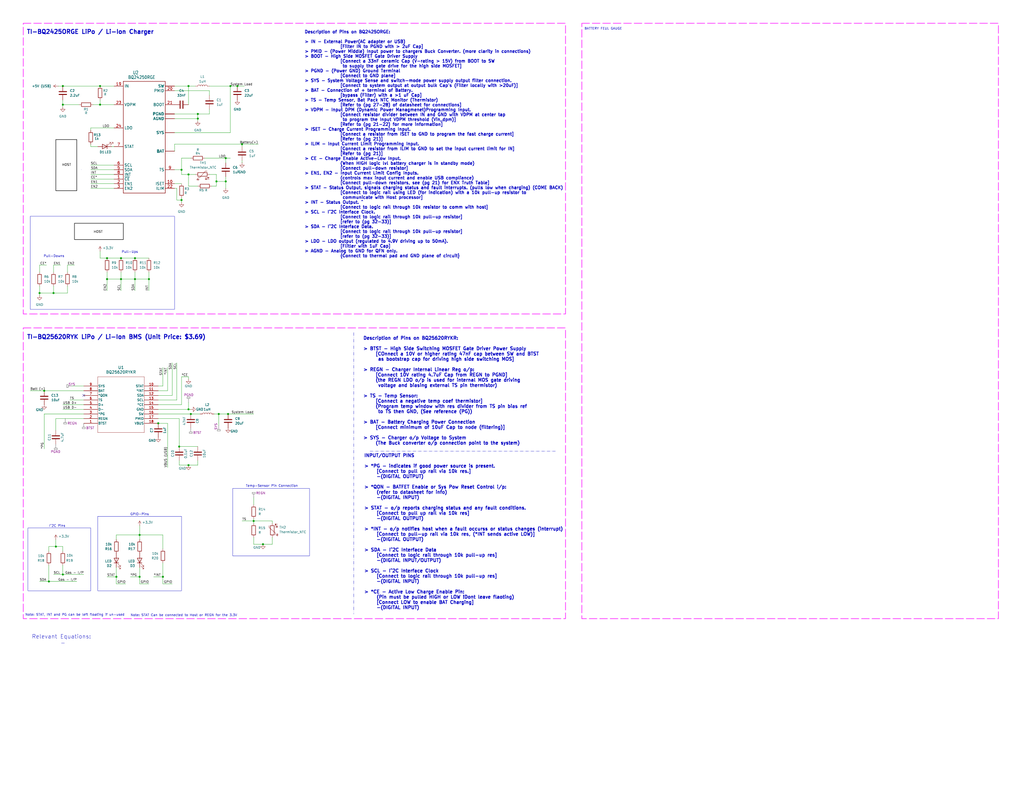
<source format=kicad_sch>
(kicad_sch (version 20250114) (generator "eeschema") (generator_version "9.0")
  (paper "C")
  (lib_symbols
    (symbol "2025-07-10_03-27-55:BQ25620RYKR" (pin_names (offset 0.254))
      (property "Reference" "U" (at 20.32 10.16 0))
      (property "Value" "BQ25620RYKR" (at 20.32 7.62 0))
      (symbol "BQ25620RYKR_0_1"
        (polyline (pts (xy 7.62 5.08) (xy 7.62 -25.4)) (stroke (width 0.127)))
        (polyline (pts (xy 7.62 -25.4) (xy 33.02 -25.4)) (stroke (width 0.127)))
        (polyline (pts (xy 33.02 5.08) (xy 7.62 5.08)) (stroke (width 0.127)))
        (polyline (pts (xy 33.02 -25.4) (xy 33.02 5.08)) (stroke (width 0.127)))
        (pin power_in line (at 0 0 0) (length 7.62) (name "BTST") (number "1"))
        (pin power_in line (at 0 -2.54 0) (length 7.62) (name "REGN") (number "2"))
        (pin output line (at 0 -5.08 0) (length 7.62) (name "*PG") (number "3"))
        (pin bidirectional line (at 0 -7.62 0) (length 7.62) (name "D-") (number "4"))
        (pin bidirectional line (at 0 -10.16 0) (length 7.62) (name "D+") (number "5"))
        (pin input line (at 0 -12.7 0) (length 7.62) (name "TS") (number "6"))
        (pin input line (at 0 -15.24 0) (length 7.62) (name "*QON") (number "7"))
        (pin power_in line (at 0 -17.78 0) (length 7.62) (name "BAT") (number "8"))
        (pin power_in line (at 0 -20.32 0) (length 7.62) (name "SYS") (number "9"))
        (pin power_in line (at 40.64 0 180) (length 7.62) (name "VBUS") (number "18"))
        (pin power_in line (at 40.64 -2.54 180) (length 7.62) (name "PMID") (number "17"))
        (pin power_in line (at 40.64 -5.08 180) (length 7.62) (name "SW") (number "16"))
        (pin power_out line (at 40.64 -7.62 180) (length 7.62) (name "GND") (number "15"))
        (pin input line (at 40.64 -10.16 180) (length 7.62) (name "*CE") (number "14"))
        (pin input line (at 40.64 -12.7 180) (length 7.62) (name "SCL") (number "13"))
        (pin bidirectional line (at 40.64 -15.24 180) (length 7.62) (name "SDA") (number "12"))
        (pin output line (at 40.64 -17.78 180) (length 7.62) (name "*INT") (number "11"))
        (pin output line (at 40.64 -20.32 180) (length 7.62) (name "STAT") (number "10"))
      )
    )
    (symbol "BOOSTXL-BATPAKMKII-eagle-import:BQ24250RGE"
      (property "Reference" "U" (at -7.62 33.02 0))
      (symbol "BQ24250RGE_1_0"
        (polyline (pts (xy -12.7 27.94) (xy -12.7 -33.02)) (stroke (width 0.254)))
        (polyline (pts (xy -12.7 -33.02) (xy 10.16 -33.02)) (stroke (width 0.254)))
        (polyline (pts (xy 10.16 27.94) (xy -12.7 27.94)) (stroke (width 0.254)))
        (polyline (pts (xy 10.16 -33.02) (xy 10.16 27.94)) (stroke (width 0.254)))
        (pin bidirectional line (at -17.78 25.4 0) (length 5.08) (name "IN") (number "19"))
        (pin bidirectional line (at -17.78 15.24 0) (length 5.08) (name "VDPM") (number "23"))
        (pin bidirectional line (at -17.78 2.54 0) (length 5.08) (name "LDO") (number "24"))
        (pin bidirectional line (at -17.78 -7.62 0) (length 5.08) (name "STAT") (number "7"))
        (pin bidirectional line (at -17.78 -17.78 0) (length 5.08) (name "SCL") (number "6"))
        (pin bidirectional line (at -17.78 -20.32 0) (length 5.08) (name "SDA") (number "5"))
        (pin bidirectional line (at -17.78 -22.86 0) (length 5.08) (name "INT") (number "8"))
        (pin bidirectional line (at -17.78 -25.4 0) (length 5.08) (name "~{CE}") (number "1"))
        (pin bidirectional line (at -17.78 -27.94 0) (length 5.08) (name "EN1") (number "2"))
        (pin bidirectional line (at -17.78 -30.48 0) (length 5.08) (name "EN2") (number "3"))
        (pin bidirectional line (at 15.24 25.4 180) (length 5.08) (name "SW") (number "17"))
        (pin bidirectional line (at 15.24 25.4 180) (length 5.08) (name "SW") (number "18"))
        (pin bidirectional line (at 15.24 22.86 180) (length 5.08) (name "PMID") (number "20"))
        (pin bidirectional line (at 15.24 15.24 180) (length 5.08) (name "BOOT") (number "21"))
        (pin bidirectional line (at 15.24 10.16 180) (length 5.08) (name "PGND") (number "15"))
        (pin bidirectional line (at 15.24 10.16 180) (length 5.08) (name "PGND") (number "16"))
        (pin bidirectional line (at 15.24 7.62 180) (length 5.08) (name "AGND") (number "4"))
        (pin bidirectional line (at 15.24 7.62 180) (length 5.08) (name "AGND") (number "P$1"))
        (pin bidirectional line (at 15.24 0 180) (length 5.08) (name "SYS") (number "13"))
        (pin bidirectional line (at 15.24 0 180) (length 5.08) (name "SYS") (number "14"))
        (pin bidirectional line (at 15.24 -10.16 180) (length 5.08) (name "BAT") (number "11"))
        (pin bidirectional line (at 15.24 -10.16 180) (length 5.08) (name "BAT") (number "12"))
        (pin bidirectional line (at 15.24 -20.32 180) (length 5.08) (name "TS") (number "9"))
        (pin bidirectional line (at 15.24 -27.94 180) (length 5.08) (name "ISET") (number "10"))
        (pin bidirectional line (at 15.24 -30.48 180) (length 5.08) (name "ILIM") (number "22"))
      )
    )
    (symbol "Device:C" (pin_numbers (hide yes)) (pin_names (offset 0.254))
      (property "Reference" "C" (at 0.635 2.54 0))
      (property "Value" "C" (at 0.635 -2.54 0))
      (symbol "C_0_1"
        (polyline (pts (xy -2.032 0.762) (xy 2.032 0.762)) (stroke (width 0.508)))
        (polyline (pts (xy -2.032 -0.762) (xy 2.032 -0.762)) (stroke (width 0.508)))
      )
      (symbol "C_1_1"
        (pin passive line (at 0 3.81 270) (length 2.794) (name "~") (number "1"))
        (pin passive line (at 0 -3.81 90) (length 2.794) (name "~") (number "2"))
      )
    )
    (symbol "Device:L" (pin_numbers (hide yes)) (pin_names (offset 1.016) (hide yes))
      (property "Reference" "L" (at -1.27 0 90))
      (property "Value" "L" (at 1.905 0 90))
      (symbol "L_0_1"
        (arc (start 0 2.54) (mid 0.6323 1.905) (end 0 1.27))
        (arc (start 0 1.27) (mid 0.6323 0.635) (end 0 0))
        (arc (start 0 0) (mid 0.6323 -0.635) (end 0 -1.27))
        (arc (start 0 -1.27) (mid 0.6323 -1.905) (end 0 -2.54))
      )
      (symbol "L_1_1"
        (pin passive line (at 0 3.81 270) (length 1.27) (name "1") (number "1"))
        (pin passive line (at 0 -3.81 90) (length 1.27) (name "2") (number "2"))
      )
    )
    (symbol "Device:LED" (pin_numbers (hide yes)) (pin_names (offset 1.016) (hide yes))
      (property "Reference" "D" (at 0 2.54 0))
      (property "Value" "LED" (at 0 -2.54 0))
      (symbol "LED_0_1"
        (polyline (pts (xy -3.048 -0.762) (xy -4.572 -2.286) (xy -3.81 -2.286) (xy -4.572 -2.286) (xy -4.572 -1.524)))
        (polyline (pts (xy -1.778 -0.762) (xy -3.302 -2.286) (xy -2.54 -2.286) (xy -3.302 -2.286) (xy -3.302 -1.524)))
        (polyline (pts (xy -1.27 0) (xy 1.27 0)))
        (polyline (pts (xy -1.27 -1.27) (xy -1.27 1.27)) (stroke (width 0.254)))
        (polyline (pts (xy 1.27 -1.27) (xy 1.27 1.27) (xy -1.27 0) (xy 1.27 -1.27)) (stroke (width 0.254)))
      )
      (symbol "LED_1_1"
        (pin passive line (at -3.81 0 0) (length 2.54) (name "K") (number "1"))
        (pin passive line (at 3.81 0 180) (length 2.54) (name "A") (number "2"))
      )
    )
    (symbol "Device:R" (pin_numbers (hide yes)) (pin_names (offset 0))
      (property "Reference" "R" (at 2.032 0 90))
      (property "Value" "R" (at 0 0 90))
      (symbol "R_0_1"
        (rectangle (start -1.016 -2.54) (end 1.016 2.54) (stroke (width 0.254)))
      )
      (symbol "R_1_1"
        (pin passive line (at 0 3.81 270) (length 1.27) (name "~") (number "1"))
        (pin passive line (at 0 -3.81 90) (length 1.27) (name "~") (number "2"))
      )
    )
    (symbol "Device:Thermistor_NTC" (pin_numbers (hide yes)) (pin_names (offset 0))
      (property "Reference" "TH" (at -4.445 0 90))
      (property "Value" "Thermistor_NTC" (at 3.175 0 90))
      (symbol "Thermistor_NTC_0_1"
        (arc (start -3.175 2.413) (mid -3.0506 2.3165) (end -3.048 2.159))
        (arc (start -3.048 2.794) (mid -2.9736 2.9736) (end -2.794 3.048))
        (arc (start -2.794 3.048) (mid -2.6144 2.9736) (end -2.54 2.794))
        (arc (start -2.794 2.54) (mid -2.9736 2.6144) (end -3.048 2.794))
        (arc (start -2.794 1.905) (mid -2.9736 1.9794) (end -3.048 2.159))
        (arc (start -2.54 2.159) (mid -2.6144 1.9794) (end -2.794 1.905))
        (arc (start -2.159 2.794) (mid -2.434 2.5608) (end -2.794 2.54))
        (polyline (pts (xy -2.54 2.159) (xy -2.54 2.794)))
        (polyline (pts (xy -2.54 -3.683) (xy -2.54 -1.397) (xy -2.794 -2.159) (xy -2.286 -2.159) (xy -2.54 -1.397) (xy -2.54 -1.651)) (fill (type outline)))
        (polyline (pts (xy -1.778 2.54) (xy -1.778 1.524) (xy 1.778 -1.524) (xy 1.778 -2.54)))
        (polyline (pts (xy -1.778 -1.397) (xy -1.778 -3.683) (xy -2.032 -2.921) (xy -1.524 -2.921) (xy -1.778 -3.683) (xy -1.778 -3.429)) (fill (type outline)))
        (rectangle (start -1.016 2.54) (end 1.016 -2.54) (stroke (width 0.254)))
      )
      (symbol "Thermistor_NTC_1_1"
        (pin passive line (at 0 3.81 270) (length 1.27) (name "~") (number "1"))
        (pin passive line (at 0 -3.81 90) (length 1.27) (name "~") (number "2"))
      )
    )
    (symbol "power:+3.3V" (power) (pin_numbers (hide yes)) (pin_names (offset 0) (hide yes))
      (property "Value" "+3.3V" (at 0 3.556 0))
      (symbol "+3.3V_0_1"
        (polyline (pts (xy -0.762 1.27) (xy 0 2.54)))
        (polyline (pts (xy 0 2.54) (xy 0.762 1.27)))
        (polyline (pts (xy 0 0) (xy 0 2.54)))
      )
      (symbol "+3.3V_1_1"
        (pin power_in line (at 0 0 90) (length 0) (name "~") (number "1"))
      )
    )
    (symbol "power:+5V" (power) (pin_numbers (hide yes)) (pin_names (offset 0) (hide yes))
      (property "Value" "+5V" (at 0 3.556 0))
      (symbol "+5V_0_1"
        (polyline (pts (xy -0.762 1.27) (xy 0 2.54)))
        (polyline (pts (xy 0 2.54) (xy 0.762 1.27)))
        (polyline (pts (xy 0 0) (xy 0 2.54)))
      )
      (symbol "+5V_1_1"
        (pin power_in line (at 0 0 90) (length 0) (name "~") (number "1"))
      )
    )
    (symbol "power:GND" (power) (pin_numbers (hide yes)) (pin_names (offset 0) (hide yes))
      (property "Value" "GND" (at 0 -3.81 0))
      (symbol "GND_0_1"
        (polyline (pts (xy 0 0) (xy 0 -1.27) (xy 1.27 -1.27) (xy 0 -2.54) (xy -1.27 -1.27) (xy 0 -1.27)))
      )
      (symbol "GND_1_1"
        (pin power_in line (at 0 0 270) (length 0) (name "~") (number "1"))
      )
    )
  )
  (rectangle (start 53.34 281.94) (end 99.06 322.58))
  (rectangle (start 30.48 76.2) (end 41.91 104.14) (stroke (width 0.254) (color 0 0 0 1)))
  (rectangle (start 12.7 12.7) (end 308.61 171.45) (stroke (width 0.381) (type dash) (color 251 53 255 1)))
  (rectangle (start 44.45 92.71) (end 44.45 92.71))
  (rectangle (start 15.24 288.29) (end 49.53 322.58))
  (rectangle (start 317.5 12.7) (end 544.83 337.82) (stroke (width 0.381) (type dash) (color 251 53 255 1)))
  (rectangle (start 40.64 121.92) (end 67.31 130.81) (stroke (width 0.254) (color 0 0 0 1)))
  (rectangle (start 16.51 118.11) (end 95.25 168.91))
  (rectangle (start 12.7 179.07) (end 308.61 337.82) (stroke (width 0.381) (type dash) (color 251 53 255 1)))
  (rectangle (start 127 266.7) (end 168.91 303.53))
  (text "Pull-Downs" (at 29.464 139.954 0) (effects (font (size 1.27 1.27))))
  (text "Pull-Ups" (at 70.866 137.668 0) (effects (font (size 1.27 1.27))))
  (text "Note: STAT Can be connected to Host or REGN for the 3.3V" (at 100.33 336.042 0) (effects (font (size 1.27 1.27))))
  (text "BATTERY FEUL GAUGE" (at 329.184 15.748 0) (effects (font (size 1.27 1.27))))
  (text "Note: STAT, INT and PG can be left floating if un-used" (at 40.894 335.788 0) (effects (font (size 1.27 1.27))))
  (text "Relevant Equations:\n -" (at 33.528 349.504 0) (effects (font (size 2.159 2.159))))
  (text "Description of Pins on BQ25620RYKR:\n\n> BTST - High Side Switching MOSFET Gate Driver Power Supply\n	[COnnect a 10V or higher rating 47nF cap between SW and BTST \n	 as bootstrap cap for driving high side switching MOS]\n\n> REGN - Charger Internal Linear Reg o/p:\n	[Connect 10V rating 4.7uF Cap from REGN to PGND]\n	(the REGN LDO o/p is used for internal MOS gate driving \n	 voltage and biasing external TS pin thermistor)\n\n> TS - Temp Sensor: \n	[Connect a negative temp coef thermistor]\n	(Program temp window with res divider from TS pin bias ref \n	 to TS then GND, (See reference (PG))\n\n> BAT - Battery Charging Power Connection\n	[Connect minimum of 10uF Cap to node (filtering)]\n\n> SYS - Charger o/p Voltage to System\n	(The Buck converter o/p connection point to the system)\n\n" (at 198.12 214.884 0) (effects (font (size 1.778 1.778) (thickness 0.3556) (bold yes)) (justify left)))
  (text "TI-BQ25620RYK LiPo / Li-Ion BMS (Unit Price: $3.69)" (at 63.5 184.15 0) (effects (font (size 2.286 2.286) (thickness 0.4572) (bold yes))))
  (text "Description of Pins on BQ2425ORGE:\n\n> IN - External Power(AC adapter or USB)\n			[Filter IN to PGND with > 2uF Cap]\n> PMID - (Power Middle) Input power to chargers Buck Converter. (more clarity in connections)\n> BOOT - High Side MOSFET Gate Driver Supply\n			[Connect a 33nF ceramic Cap (V-rating > 15V) from BOOT to SW\n			 to supply the gate drive for the high side MOSFET]\n> PGND - (Power GND) Ground Terminal \n			[Connect to GND plane]\n> SYS - System Voltage Sense and switch-mode power supply output filter connection. \n			[Connect to system output at output bulk Cap's (Filter locally with >20uF)]\n> BAT - Connection of + terminal of Battery. \n			[bypass (Filter) with a >1 uF Cap]\n> TS - Temp Sensor, Bat Pack NTC Monitor (Thermistor)\n			[Refer to (pg 27-28) of datasheet for connections]\n> VDPM - Input DPM (Dynamic Power Managmenet)Programming Input. \n			[Connect resistor divider between IN and GND with VDPM at center tap \n			 to program the Input VDPM threshold (Vin_dpm)]\n			[Refer to (pg 21-22) for more information]\n> ISET - Charge Current Programming Input. \n			[Connect a resistor from ISET to GND to program the fast charge current]\n			[Refer to (pg 21)]\n> ILIM - Input Current Limit Programming Input. \n			[Connect a resistor from ILIM to GND to set the input current limit for IN] \n			[Refer to (pg 21)] \n> CE - Charge Enable Active-Low Input. \n			(When HIGH logic lvl battery charger is in standby mode)\n			[Connect pull-down resistor]\n> EN1, EN2 - Input Current Limit Config Inputs. \n			(controls max input current and enable USB compliance)\n			[Connect pull-down resistors, see (pg 21) for ENX Truth Table]\n> STAT - Status Output, signals charging status and fault interrupts. (pulls low when charging) (COME BACK)\n			[Connect to logic rail using LED (for indication) with a 10k pull-up resistor to \n			 communicate with Host processor]\n> INT - Status Output. ^\n			[Connect to logic rail through 10k resistor to comm with host]\n> SCL - I^2C Interface Clock. \n			[Connect to logic rail through 10k pull-up resistor]\n			[refer to (pg 32-33)]\n> SDA - I^2C Interface Data. \n			[Connect to logic rail through 10k pull-up resistor]\n			[refer to (pg 32-33)]\n> LDO - LDO output (regulated to 4.9V driving up to 50mA). \n			[Flitler with 1uF Cap]\n> AGND - Analog to GND for QFN only. \n			{Connect to thermal pad and GND plane of circuit}" (at 166.116 78.74 0) (effects (font (size 1.651 1.651) (thickness 0.3302) (bold yes)) (justify left)))
  (text "GPIO-Pins" (at 76.2 280.924 0) (effects (font (size 1.27 1.27))))
  (text "HOST" (at 36.322 90.17 0) (effects (font (size 1.27 1.27))))
  (text "Temp-Sensor Pin Connection" (at 148.336 265.43 0) (effects (font (size 1.27 1.27))))
  (text "HOST" (at 53.594 126.746 0) (effects (font (size 1.27 1.27))))
  (text "INPUT/OUTPUT PINS\n\n> *PG - indicates if good power source is present. \n	[Connect to pull up rail via 10k res.]\n	-(DIGITAL OUTPUT)\n\n> *QON - BATFET Enable or Sys Pow Reset Control i/p:\n	(refer to datasheet for info)\n	-(DIGITAL INPUT)\n\n> STAT - o/p reports charging status and any fault conditions. \n	[Connect to pull up rail via 10k res]\n	-(DIGITAL OUTPUT)\n\n> *INT - o/p notifies host when a fault occurss or status changes (interrupt)\n	[Connect to pull-up rail via 10k res, (*INT sends active LOW)]\n	-(DIGITAL OUTPUT)\n\n> SDA - I^2C Interface Data\n	[Connect to logic rail through 10k pull-up res]\n	-(DIGITAL INPUT/OUTPUT)\n\n> SCL - I^2C Interface Clock\n	[Connect to logic rail through 10k pull-up res]\n	-(DIGITAL INPUT)\n\n> *CE - Active Low Charge Enable Pin:\n	(Pin must be pulled HIGH or LOW !Dont leave flaoting)\n	[Connect LOW to enable BAT Charging]\n	-(DIGITAL INPUT)\n\n" (at 198.628 291.846 0) (effects (font (size 1.778 1.778) (thickness 0.3556) (bold yes)) (justify left)))
  (text "TI-BQ2425ORGE LiPo / Li-Ion Charger" (at 49.276 17.526 0) (effects (font (size 2.286 2.286) (thickness 0.4572) (bold yes))))
  (text "I^2C Pins" (at 31.242 287.274 0) (effects (font (size 1.27 1.27))))
  (junction (at 54.61 57.15))
  (junction (at 99.06 92.71))
  (junction (at 102.87 46.99))
  (junction (at 58.42 152.4))
  (junction (at 88.9 314.96))
  (junction (at 21.59 160.02))
  (junction (at 99.06 109.22))
  (junction (at 66.04 140.97))
  (junction (at 104.14 226.06))
  (junction (at 76.2 314.96))
  (junction (at 66.04 152.4))
  (junction (at 34.29 313.69))
  (junction (at 97.79 243.84))
  (junction (at 132.08 78.74))
  (junction (at 73.66 140.97))
  (junction (at 107.95 64.77))
  (junction (at 86.36 231.14))
  (junction (at 129.54 46.99))
  (junction (at 58.42 140.97))
  (junction (at 63.5 314.96))
  (junction (at 123.19 99.06))
  (junction (at 76.2 292.1))
  (junction (at 125.73 46.99))
  (junction (at 102.87 95.25))
  (junction (at 34.29 46.99))
  (junction (at 123.19 86.36))
  (junction (at 119.38 226.06))
  (junction (at 34.29 57.15))
  (junction (at 107.95 62.23))
  (junction (at 124.46 226.06))
  (junction (at 143.51 297.18))
  (junction (at 26.67 317.5))
  (junction (at 102.87 254))
  (junction (at 138.43 284.48))
  (junction (at 81.28 152.4))
  (junction (at 118.11 99.06))
  (junction (at 102.87 223.52))
  (junction (at 30.48 298.45))
  (junction (at 54.61 46.99))
  (junction (at 29.21 160.02))
  (junction (at 24.13 213.36))
  (junction (at 73.66 152.4))
  (no_connect (at 45.72 215.9))
  (wire (pts (xy 63.5 318.77) (xy 68.58 318.77)))
  (wire (pts (xy 36.83 160.02) (xy 29.21 160.02)))
  (wire (pts (xy 54.61 57.15) (xy 50.8 57.15)))
  (wire (pts (xy 58.42 152.4) (xy 58.42 158.75)))
  (wire (pts (xy 95.25 100.33) (xy 99.06 100.33)))
  (wire (pts (xy 34.29 58.42) (xy 34.29 57.15)))
  (wire (pts (xy 29.21 144.78) (xy 29.21 148.59)))
  (wire (pts (xy 29.21 156.21) (xy 29.21 160.02)))
  (wire (pts (xy 91.44 231.14) (xy 91.44 255.27)))
  (wire (pts (xy 24.13 226.06) (xy 24.13 245.11)))
  (wire (pts (xy 129.54 46.99) (xy 133.35 46.99)))
  (wire (pts (xy 25.4 144.78) (xy 21.59 144.78)))
  (wire (pts (xy 88.9 314.96) (xy 88.9 318.77)))
  (wire (pts (xy 34.29 300.99) (xy 34.29 298.45)))
  (wire (pts (xy 123.19 86.36) (xy 123.19 88.9)))
  (wire (pts (xy 86.36 218.44) (xy 96.52 218.44)))
  (wire (pts (xy 96.52 109.22) (xy 99.06 109.22)))
  (wire (pts (xy 71.12 314.96) (xy 76.2 314.96)))
  (wire (pts (xy 102.87 219.71) (xy 102.87 223.52)))
  (wire (pts (xy 76.2 314.96) (xy 76.2 318.77)))
  (wire (pts (xy 118.11 99.06) (xy 118.11 101.6)))
  (wire (pts (xy 86.36 231.14) (xy 91.44 231.14)))
  (wire (pts (xy 148.59 285.75) (xy 148.59 284.48)))
  (wire (pts (xy 24.13 226.06) (xy 45.72 226.06)))
  (wire (pts (xy 99.06 86.36) (xy 99.06 92.71)))
  (wire (pts (xy 21.59 156.21) (xy 21.59 160.02)))
  (wire (pts (xy 99.06 205.74) (xy 102.87 205.74)))
  (wire (pts (xy 132.08 78.74) (xy 132.08 80.01)))
  (wire (pts (xy 26.67 317.5) (xy 41.91 317.5)))
  (wire (pts (xy 99.06 110.49) (xy 99.06 109.22)))
  (wire (pts (xy 95.25 78.74) (xy 132.08 78.74)))
  (wire (pts (xy 88.9 200.66) (xy 88.9 210.82)))
  (wire (pts (xy 138.43 293.37) (xy 138.43 297.18)))
  (wire (pts (xy 102.87 254) (xy 107.95 254)))
  (wire (pts (xy 123.19 86.36) (xy 125.73 86.36)))
  (wire (pts (xy 148.59 284.48) (xy 138.43 284.48)))
  (wire (pts (xy 102.87 95.25) (xy 99.06 95.25)))
  (wire (pts (xy 96.52 102.87) (xy 96.52 109.22)))
  (wire (pts (xy 99.06 92.71) (xy 95.25 92.71)))
  (wire (pts (xy 86.36 210.82) (xy 88.9 210.82)))
  (wire (pts (xy 102.87 205.74) (xy 102.87 207.01)))
  (wire (pts (xy 63.5 292.1) (xy 76.2 292.1)))
  (wire (pts (xy 58.42 152.4) (xy 66.04 152.4)))
  (wire (pts (xy 36.83 156.21) (xy 36.83 160.02)))
  (wire (pts (xy 49.53 78.74) (xy 49.53 80.01)))
  (wire (pts (xy 49.53 95.25) (xy 62.23 95.25)))
  (wire (pts (xy 29.21 160.02) (xy 21.59 160.02)))
  (wire (pts (xy 34.29 313.69) (xy 45.72 313.69)))
  (wire (pts (xy 76.2 318.77) (xy 81.28 318.77)))
  (wire (pts (xy 49.53 69.85) (xy 62.23 69.85)))
  (wire (pts (xy 95.25 46.99) (xy 102.87 46.99)))
  (wire (pts (xy 115.57 101.6) (xy 118.11 101.6)))
  (wire (pts (xy 86.36 215.9) (xy 93.98 215.9)))
  (wire (pts (xy 34.29 220.98) (xy 45.72 220.98)))
  (wire (pts (xy 107.95 101.6) (xy 102.87 101.6)))
  (wire (pts (xy 49.53 71.12) (xy 49.53 69.85)))
  (wire (pts (xy 40.64 144.78) (xy 36.83 144.78)))
  (wire (pts (xy 54.61 140.97) (xy 54.61 137.16)))
  (wire (pts (xy 34.29 57.15) (xy 43.18 57.15)))
  (wire (pts (xy 107.95 62.23) (xy 107.95 64.77)))
  (wire (pts (xy 111.76 86.36) (xy 123.19 86.36)))
  (wire (pts (xy 99.06 95.25) (xy 99.06 92.71)))
  (wire (pts (xy 26.67 300.99) (xy 26.67 298.45)))
  (wire (pts (xy 73.66 148.59) (xy 73.66 152.4)))
  (wire (pts (xy 30.48 298.45) (xy 30.48 294.64)))
  (wire (pts (xy 63.5 314.96) (xy 63.5 309.88)))
  (wire (pts (xy 76.2 287.02) (xy 76.2 292.1)))
  (wire (pts (xy 95.25 62.23) (xy 107.95 62.23)))
  (wire (pts (xy 138.43 283.21) (xy 138.43 284.48)))
  (wire (pts (xy 73.66 140.97) (xy 81.28 140.97)))
  (wire (pts (xy 102.87 46.99) (xy 102.87 57.15)))
  (wire (pts (xy 96.52 198.12) (xy 96.52 218.44)))
  (wire (pts (xy 58.42 148.59) (xy 58.42 152.4)))
  (polyline (pts (xy 201.93 246.38) (xy 303.53 246.38)) (stroke (width 0) (type dash_dot)))
  (wire (pts (xy 138.43 271.78) (xy 138.43 275.59)))
  (wire (pts (xy 86.36 220.98) (xy 99.06 220.98)))
  (wire (pts (xy 29.21 313.69) (xy 34.29 313.69)))
  (wire (pts (xy 21.59 317.5) (xy 26.67 317.5)))
  (wire (pts (xy 58.42 140.97) (xy 66.04 140.97)))
  (wire (pts (xy 97.79 243.84) (xy 107.95 243.84)))
  (polyline (pts (xy 193.04 181.61) (xy 193.04 335.28)) (stroke (width 0) (type dash_dot_dot)))
  (wire (pts (xy 114.3 46.99) (xy 125.73 46.99)))
  (wire (pts (xy 97.79 228.6) (xy 97.79 243.84)))
  (wire (pts (xy 125.73 46.99) (xy 129.54 46.99)))
  (wire (pts (xy 138.43 297.18) (xy 143.51 297.18)))
  (wire (pts (xy 104.14 226.06) (xy 109.22 226.06)))
  (wire (pts (xy 88.9 318.77) (xy 93.98 318.77)))
  (wire (pts (xy 97.79 251.46) (xy 97.79 254)))
  (wire (pts (xy 86.36 228.6) (xy 97.79 228.6)))
  (wire (pts (xy 49.53 92.71) (xy 62.23 92.71)))
  (wire (pts (xy 63.5 294.64) (xy 63.5 292.1)))
  (wire (pts (xy 34.29 57.15) (xy 34.29 54.61)))
  (wire (pts (xy 54.61 57.15) (xy 62.23 57.15)))
  (wire (pts (xy 73.66 152.4) (xy 81.28 152.4)))
  (wire (pts (xy 102.87 223.52) (xy 104.14 223.52)))
  (wire (pts (xy 66.04 140.97) (xy 73.66 140.97)))
  (wire (pts (xy 26.67 308.61) (xy 26.67 317.5)))
  (wire (pts (xy 34.29 46.99) (xy 54.61 46.99)))
  (wire (pts (xy 76.2 309.88) (xy 76.2 314.96)))
  (wire (pts (xy 30.48 228.6) (xy 30.48 234.95)))
  (wire (pts (xy 26.67 298.45) (xy 30.48 298.45)))
  (wire (pts (xy 104.14 86.36) (xy 99.06 86.36)))
  (wire (pts (xy 33.02 144.78) (xy 29.21 144.78)))
  (wire (pts (xy 81.28 148.59) (xy 81.28 152.4)))
  (wire (pts (xy 24.13 213.36) (xy 45.72 213.36)))
  (wire (pts (xy 54.61 54.61) (xy 54.61 57.15)))
  (wire (pts (xy 34.29 223.52) (xy 45.72 223.52)))
  (wire (pts (xy 114.3 95.25) (xy 118.11 95.25)))
  (wire (pts (xy 93.98 198.12) (xy 93.98 215.9)))
  (wire (pts (xy 49.53 80.01) (xy 53.34 80.01)))
  (wire (pts (xy 107.95 251.46) (xy 107.95 254)))
  (wire (pts (xy 88.9 299.72) (xy 88.9 292.1)))
  (wire (pts (xy 88.9 292.1) (xy 76.2 292.1)))
  (wire (pts (xy 54.61 46.99) (xy 62.23 46.99)))
  (wire (pts (xy 30.48 228.6) (xy 45.72 228.6)))
  (wire (pts (xy 125.73 46.99) (xy 125.73 72.39)))
  (wire (pts (xy 76.2 292.1) (xy 76.2 294.64)))
  (wire (pts (xy 102.87 101.6) (xy 102.87 95.25)))
  (wire (pts (xy 31.75 46.99) (xy 34.29 46.99)))
  (wire (pts (xy 102.87 46.99) (xy 106.68 46.99)))
  (wire (pts (xy 21.59 144.78) (xy 21.59 148.59)))
  (wire (pts (xy 54.61 140.97) (xy 58.42 140.97)))
  (wire (pts (xy 66.04 152.4) (xy 73.66 152.4)))
  (wire (pts (xy 107.95 64.77) (xy 107.95 66.04)))
  (wire (pts (xy 16.51 213.36) (xy 24.13 213.36)))
  (wire (pts (xy 21.59 160.02) (xy 21.59 161.29)))
  (wire (pts (xy 95.25 102.87) (xy 96.52 102.87)))
  (wire (pts (xy 34.29 308.61) (xy 34.29 313.69)))
  (wire (pts (xy 73.66 152.4) (xy 73.66 158.75)))
  (wire (pts (xy 95.25 78.74) (xy 95.25 82.55)))
  (wire (pts (xy 36.83 144.78) (xy 36.83 148.59)))
  (wire (pts (xy 99.06 109.22) (xy 99.06 107.95)))
  (wire (pts (xy 138.43 284.48) (xy 138.43 285.75)))
  (wire (pts (xy 99.06 205.74) (xy 99.06 220.98)))
  (wire (pts (xy 118.11 95.25) (xy 118.11 99.06)))
  (wire (pts (xy 132.08 78.74) (xy 140.97 78.74)))
  (wire (pts (xy 91.44 200.66) (xy 91.44 213.36)))
  (wire (pts (xy 49.53 100.33) (xy 62.23 100.33)))
  (wire (pts (xy 66.04 152.4) (xy 66.04 158.75)))
  (wire (pts (xy 124.46 226.06) (xy 138.43 226.06)))
  (wire (pts (xy 148.59 297.18) (xy 143.51 297.18)))
  (wire (pts (xy 49.53 97.79) (xy 62.23 97.79)))
  (wire (pts (xy 60.96 80.01) (xy 62.23 80.01)))
  (wire (pts (xy 148.59 293.37) (xy 148.59 297.18)))
  (wire (pts (xy 66.04 148.59) (xy 66.04 152.4)))
  (wire (pts (xy 106.68 95.25) (xy 102.87 95.25)))
  (wire (pts (xy 116.84 226.06) (xy 119.38 226.06)))
  (wire (pts (xy 97.79 254) (xy 102.87 254)))
  (wire (pts (xy 86.36 223.52) (xy 102.87 223.52)))
  (wire (pts (xy 49.53 102.87) (xy 62.23 102.87)))
  (wire (pts (xy 95.25 64.77) (xy 107.95 64.77)))
  (wire (pts (xy 88.9 314.96) (xy 88.9 307.34)))
  (wire (pts (xy 86.36 226.06) (xy 104.14 226.06)))
  (wire (pts (xy 95.25 72.39) (xy 125.73 72.39)))
  (wire (pts (xy 119.38 226.06) (xy 124.46 226.06)))
  (wire (pts (xy 34.29 298.45) (xy 30.48 298.45)))
  (wire (pts (xy 132.08 284.48) (xy 138.43 284.48)))
  (wire (pts (xy 83.82 314.96) (xy 88.9 314.96)))
  (wire (pts (xy 58.42 314.96) (xy 63.5 314.96)))
  (wire (pts (xy 86.36 213.36) (xy 91.44 213.36)))
  (wire (pts (xy 81.28 152.4) (xy 81.28 158.75)))
  (wire (pts (xy 123.19 99.06) (xy 123.19 102.87)))
  (wire (pts (xy 114.3 59.69) (xy 114.3 62.23)))
  (wire (pts (xy 38.1 218.44) (xy 45.72 218.44)))
  (wire (pts (xy 132.08 87.63) (xy 132.08 88.9)))
  (wire (pts (xy 123.19 96.52) (xy 123.19 99.06)))
  (wire (pts (xy 119.38 226.06) (xy 119.38 232.41)))
  (wire (pts (xy 39.37 210.82) (xy 45.72 210.82)))
  (wire (pts (xy 63.5 314.96) (xy 63.5 318.77)))
  (wire (pts (xy 114.3 49.53) (xy 114.3 52.07)))
  (wire (pts (xy 95.25 49.53) (xy 114.3 49.53)))
  (wire (pts (xy 118.11 99.06) (xy 123.19 99.06)))
  (wire (pts (xy 107.95 62.23) (xy 114.3 62.23)))
  (wire (pts (xy 49.53 90.17) (xy 62.23 90.17)))
  (label "SDA" (at 93.98 198.12 270) (effects (font (size 1.2446 1.2446))))
  (label "INT" (at 81.28 158.75 90) (effects (font (size 1.2446 1.2446))))
  (label "EN2" (at 58.42 158.75 90) (effects (font (size 1.2446 1.2446))))
  (label "LDO" (at 55.88 69.85 0) (effects (font (size 1.2446 1.2446))))
  (label "CE*" (at 49.53 97.79 0) (effects (font (size 1.2446 1.2446))))
  (label "*PG" (at 71.12 314.96 0) (effects (font (size 1.2446 1.2446))))
  (label "SDA" (at 21.59 317.5 0) (effects (font (size 1.2446 1.2446))))
  (label "USB D-" (at 34.29 223.52 0) (effects (font (size 1.2446 1.2446))))
  (label "*INT" (at 91.44 200.66 270) (effects (font (size 1.2446 1.2446))))
  (label "STAT" (at 88.9 200.66 270) (effects (font (size 1.2446 1.2446))))
  (label "USB D+" (at 34.29 220.98 0) (effects (font (size 1.2446 1.2446))))
  (label "System Load" (at 125.73 46.99 0) (effects (font (size 1.2446 1.2446))))
  (label "CE*" (at 25.4 144.78 180) (effects (font (size 1.2446 1.2446))))
  (label "SCL" (at 66.04 158.75 90) (effects (font (size 1.2446 1.2446))))
  (label "SDA" (at 73.66 158.75 90) (effects (font (size 1.2446 1.2446))))
  (label "SDA" (at 49.5953 92.71 0) (effects (font (size 1.2446 1.2446))))
  (label "VBUS (USB)" (at 91.44 255.27 90) (effects (font (size 1.2446 1.2446))))
  (label "*INT" (at 83.82 314.96 0) (effects (font (size 1.2446 1.2446))))
  (label "EN2" (at 49.53 102.87 0) (effects (font (size 1.2446 1.2446))))
  (label "STAT" (at 58.42 314.96 0) (effects (font (size 1.2446 1.2446))))
  (label "Batt (+)" (at 16.51 213.36 0) (effects (font (size 1.2446 1.2446))))
  (label "INT" (at 49.53 95.25 0) (effects (font (size 1.2446 1.2446))))
  (label "GPIO" (at 68.58 318.77 180) (effects (font (size 1.2446 1.2446))))
  (label "LDO" (at 119.38 86.36 0) (effects (font (size 1.2446 1.2446))))
  (label "System Load" (at 138.43 226.06 180) (effects (font (size 1.2446 1.2446))))
  (label "*CE" (at 99.06 205.74 0) (effects (font (size 1.2446 1.2446))))
  (label "GPIO" (at 93.98 318.77 180) (effects (font (size 1.2446 1.2446))))
  (label "EN1" (at 33.02 144.78 180) (effects (font (size 1.2446 1.2446))))
  (label "EN1" (at 49.53 100.33 0) (effects (font (size 1.2446 1.2446))))
  (label "TS" (at 38.1 218.44 0) (effects (font (size 1.2446 1.2446))))
  (label "Gas - I{slash}P" (at 41.91 317.5 180) (effects (font (size 1.2446 1.2446))))
  (label "Gas - I{slash}P" (at 45.72 313.69 180) (effects (font (size 1.2446 1.2446))))
  (label "Battery(+)" (at 130.81 78.74 0) (effects (font (size 1.2446 1.2446))))
  (label "EN2" (at 40.64 144.78 180) (effects (font (size 1.2446 1.2446))))
  (label "SCL" (at 96.52 198.12 270) (effects (font (size 1.2446 1.2446))))
  (label "SCL" (at 49.53 90.17 0) (effects (font (size 1.2446 1.2446))))
  (label "*PG" (at 24.13 245.11 90) (effects (font (size 1.2446 1.2446))))
  (label "SCL" (at 29.21 313.69 0) (effects (font (size 1.2446 1.2446))))
  (label "TS" (at 132.08 284.48 0) (effects (font (size 1.2446 1.2446))))
  (label "GPIO" (at 81.28 318.77 180) (effects (font (size 1.2446 1.2446))))
  (netclass_flag "" (length 2.54) (shape rectangle) (at 119.38 232.41 180) (property "Netclass" "SYS" (at 117.856 234.696 90) (effects (justify left))))
  (netclass_flag "" (length 2.54) (shape rectangle) (at 102.87 219.71 0) (property "Netclass" "PGND" (at 100.33 215.646 0) (effects (justify left))))
  (netclass_flag "" (length 2.54) (shape rectangle) (at 39.37 210.82 90) (property "Netclass" "SYS" (at 37.338 209.804 0) (effects (justify left))))
  (netclass_flag "" (length 2.54) (shape rectangle) (at 104.14 233.68 180) (property "Netclass" "BTST" (at 105.3465 236.22 0) (effects (justify left))))
  (netclass_flag "" (length 2.54) (shape rectangle) (at 45.72 231.14 180) (property "Netclass" "BTST" (at 46.9265 233.68 0) (effects (justify left))))
  (netclass_flag "" (length 2.54) (shape rectangle) (at 35.56 228.6 180) (property "Netclass" "REGN" (at 36.7665 231.14 0) (effects (justify left))))
  (netclass_flag "" (length 2.54) (shape rectangle) (at 138.43 271.78 0) (property "Netclass" "REGN" (at 139.6365 269.24 0) (effects (justify left))))
  (netclass_flag "" (length 2.54) (shape rectangle) (at 30.48 242.57 180) (property "Netclass" "PGND" (at 33.02 246.634 0) (effects (justify right))))
  (symbol (lib_id "Device:C") (at 114.3 55.88 0) (unit 1)
    (property "Reference" "C1" (at 118.11 54.6099 0) (effects (justify left)))
    (property "Value" "1uF" (at 118.11 57.1499 0) (effects (justify left)))
    (property "Description" "Unpolarized capacitor" (effects (hide yes)))
  )
  (symbol (lib_id "Device:R") (at 26.67 304.8 180) (unit 1)
    (property "Reference" "R18" (at 24.3006 306.0701 0) (effects (justify left)))
    (property "Value" "10k" (at 24.3006 303.5301 0) (effects (justify left)))
    (property "Description" "Resistor" (effects (hide yes)))
  )
  (symbol (lib_id "Device:R") (at 107.95 86.36 90) (unit 1)
    (property "Reference" "R4" (at 107.95 83.82 90))
    (property "Value" "R" (at 107.95 81.788 90))
    (property "Description" "Resistor" (effects (hide yes)))
  )
  (symbol (lib_id "power:GND") (at 34.29 58.42 0) (unit 1)
    (property "Reference" "#PWR03" (effects (hide yes)))
    (property "Value" "GND" (at 34.29 63.5 0))
    (property "Description" "Power symbol creates a global label with name \"GND\" , ground" (effects (hide yes)))
  )
  (symbol (lib_id "Device:Thermistor_NTC") (at 148.59 289.56 180) (unit 1)
    (property "Reference" "TH2" (at 152.4 287.9724 0) (effects (justify right)))
    (property "Value" "Thermistor_NTC" (at 152.4 290.5124 0) (effects (justify right)))
    (property "Description" "Temperature dependent resistor, negative temperature coefficient" (effects (hide yes)))
  )
  (symbol (lib_id "power:GND") (at 102.87 254 0) (unit 1)
    (property "Reference" "#PWR014" (effects (hide yes)))
    (property "Value" "GND" (at 99.568 255.778 0))
    (property "Description" "Power symbol creates a global label with name \"GND\" , ground" (effects (hide yes)))
  )
  (symbol (lib_id "Device:R") (at 99.06 104.14 0) (unit 1)
    (property "Reference" "R3" (at 100.584 103.124 0) (effects (justify left)))
    (property "Value" "R" (at 100.584 105.41 0) (effects (justify left)))
    (property "Description" "Resistor" (effects (hide yes)))
  )
  (symbol (lib_id "power:GND") (at 123.19 102.87 0) (unit 1)
    (property "Reference" "#PWR07" (effects (hide yes)))
    (property "Value" "GND" (at 123.19 107.95 0))
    (property "Description" "Power symbol creates a global label with name \"GND\" , ground" (effects (hide yes)))
  )
  (symbol (lib_id "Device:R") (at 138.43 279.4 0) (unit 1)
    (property "Reference" "R14" (at 140.97 278.1299 0) (effects (justify left)))
    (property "Value" "R" (at 140.97 280.6699 0) (effects (justify left)))
    (property "Description" "Resistor" (effects (hide yes)))
  )
  (symbol (lib_id "2025-07-10_03-27-55:BQ25620RYKR") (at 45.72 231.14 0) (mirror x) (unit 1)
    (property "Reference" "U1" (at 66.04 200.66 0) (effects (font (size 1.524 1.524))))
    (property "Value" "BQ25620RYKR" (at 66.04 203.2 0) (effects (font (size 1.524 1.524))))
    (property "Footprint" "WQFN-HR18__RYK_TEX" (effects (hide yes)))
    (property "Datasheet" "https://www.ti.com/lit/gpn/bq25620" (effects (hide yes)))
  )
  (symbol (lib_id "power:GND") (at 86.36 238.76 0) (unit 1)
    (property "Reference" "#PWR011" (effects (hide yes)))
    (property "Value" "GND" (at 83.058 240.538 0))
    (property "Description" "Power symbol creates a global label with name \"GND\" , ground" (effects (hide yes)))
  )
  (symbol (lib_id "Device:R") (at 111.76 101.6 90) (unit 1)
    (property "Reference" "R5" (at 109.982 103.886 90))
    (property "Value" "R" (at 112.522 103.886 90))
    (property "Description" "Resistor" (effects (hide yes)))
  )
  (symbol (lib_id "power:GND") (at 132.08 88.9 0) (unit 1)
    (property "Reference" "#PWR06" (effects (hide yes)))
    (property "Value" "GND" (at 132.08 93.98 0))
    (property "Description" "Power symbol creates a global label with name \"GND\" , ground" (effects (hide yes)))
  )
  (symbol (lib_id "Device:R") (at 73.66 144.78 0) (unit 1)
    (property "Reference" "R11" (at 76.0294 143.5099 0) (effects (justify left)))
    (property "Value" "10k" (at 76.0294 146.0499 0) (effects (justify left)))
    (property "Description" "Resistor" (effects (hide yes)))
  )
  (symbol (lib_id "Device:C") (at 124.46 229.87 180) (unit 1)
    (property "Reference" "C9" (at 128.27 228.5999 0) (effects (justify right)))
    (property "Value" "20uF" (at 128.27 231.1399 0) (effects (justify right)))
    (property "Description" "Unpolarized capacitor" (effects (hide yes)))
  )
  (symbol (lib_id "Device:R") (at 88.9 303.53 180) (unit 1)
    (property "Reference" "R20" (at 86.5306 304.8001 0) (effects (justify left)))
    (property "Value" "10k" (at 86.5306 302.2601 0) (effects (justify left)))
    (property "Description" "Resistor" (effects (hide yes)))
  )
  (symbol (lib_id "Device:Thermistor_NTC") (at 110.49 95.25 90) (unit 1)
    (property "Reference" "TH1" (at 110.8075 88.9 90))
    (property "Value" "Thermistor_NTC" (at 110.8075 91.44 90))
    (property "Description" "Temperature dependent resistor, negative temperature coefficient" (effects (hide yes)))
  )
  (symbol (lib_id "Device:R") (at 49.53 74.93 0) (unit 1)
    (property "Reference" "R13" (at 51.054 73.66 0) (effects (justify left)))
    (property "Value" "1k" (at 51.562 75.692 0) (effects (justify left)))
    (property "Description" "Resistor" (effects (hide yes)))
  )
  (symbol (lib_id "Device:R") (at 66.04 144.78 0) (unit 1)
    (property "Reference" "R10" (at 68.4094 143.5099 0) (effects (justify left)))
    (property "Value" "10k" (at 68.4094 146.0499 0) (effects (justify left)))
    (property "Description" "Resistor" (effects (hide yes)))
  )
  (symbol (lib_id "Device:C") (at 97.79 247.65 180) (unit 1)
    (property "Reference" "C10" (at 94.234 247.65 90))
    (property "Value" "0.1uF" (at 101.346 247.65 90))
    (property "Description" "Unpolarized capacitor" (effects (hide yes)))
  )
  (symbol (lib_id "Device:R") (at 63.5 298.45 180) (unit 1)
    (property "Reference" "R16" (at 61.1306 299.7201 0) (effects (justify left)))
    (property "Value" "10k" (at 61.1306 297.1801 0) (effects (justify left)))
    (property "Description" "Resistor" (effects (hide yes)))
  )
  (symbol (lib_id "power:GND") (at 143.51 297.18 0) (unit 1)
    (property "Reference" "#PWR018" (effects (hide yes)))
    (property "Value" "GND" (at 140.208 298.958 0))
    (property "Description" "Power symbol creates a global label with name \"GND\" , ground" (effects (hide yes)))
  )
  (symbol (lib_id "Device:R") (at 54.61 50.8 0) (unit 1)
    (property "Reference" "R2" (at 56.134 49.53 0) (effects (justify left)))
    (property "Value" "R" (at 56.642 51.562 0) (effects (justify left)))
    (property "Description" "Resistor" (effects (hide yes)))
  )
  (symbol (lib_id "Device:R") (at 76.2 298.45 180) (unit 1)
    (property "Reference" "R17" (at 73.8306 299.7201 0) (effects (justify left)))
    (property "Value" "10k" (at 73.8306 297.1801 0) (effects (justify left)))
    (property "Description" "Resistor" (effects (hide yes)))
  )
  (symbol (lib_id "Device:R") (at 81.28 144.78 0) (unit 1)
    (property "Reference" "R12" (at 83.6494 143.5099 0) (effects (justify left)))
    (property "Value" "10k" (at 83.6494 146.0499 0) (effects (justify left)))
    (property "Description" "Resistor" (effects (hide yes)))
  )
  (symbol (lib_id "Device:C") (at 99.06 57.15 90) (unit 1)
    (property "Reference" "C4" (at 99.06 49.53 90))
    (property "Value" "33nF" (at 99.06 52.07 90))
    (property "Description" "Unpolarized capacitor" (effects (hide yes)))
  )
  (symbol (lib_id "Device:C") (at 129.54 50.8 180) (unit 1)
    (property "Reference" "C3" (at 133.35 49.5299 0) (effects (justify right)))
    (property "Value" "22uF" (at 133.35 52.0699 0) (effects (justify right)))
    (property "Description" "Unpolarized capacitor" (effects (hide yes)))
  )
  (symbol (lib_id "BOOSTXL-BATPAKMKII-eagle-import:BQ24250RGE") (at 80.01 72.39 0) (unit 1)
    (property "Reference" "U2" (at 72.39 40.64 0) (effects (font (size 1.778 1.5113)) (justify left bottom)))
    (property "Value" "BQ24250RGE" (at 69.85 43.18 0) (effects (font (size 1.778 1.5113)) (justify left bottom)))
    (property "Footprint" "BOOSTXL-BATPAKMKII:TI_RGE24" (effects (hide yes)))
  )
  (symbol (lib_id "power:+3.3V") (at 54.61 137.16 0) (unit 1)
    (property "Reference" "#PWR010" (effects (hide yes)))
    (property "Value" "+3.3V" (at 58.928 135.382 0))
    (property "Description" "Power symbol creates a global label with name \"+3.3V\"" (effects (hide yes)))
  )
  (symbol (lib_id "Device:C") (at 30.48 238.76 180) (unit 1)
    (property "Reference" "C11" (at 26.924 238.76 90))
    (property "Value" "4.7uF" (at 34.036 238.76 90))
    (property "Description" "Unpolarized capacitor" (effects (hide yes)))
  )
  (symbol (lib_id "power:+5V") (at 31.75 46.99 90) (unit 1)
    (property "Reference" "#PWR02" (effects (hide yes)))
    (property "Value" "+5V (USB)" (at 27.94 46.9899 90) (effects (justify left)))
    (property "Description" "Power symbol creates a global label with name \"+5V\"" (effects (hide yes)))
  )
  (symbol (lib_id "power:GND") (at 129.54 54.61 0) (unit 1)
    (property "Reference" "#PWR04" (effects (hide yes)))
    (property "Value" "GND" (at 129.54 59.69 0))
    (property "Description" "Power symbol creates a global label with name \"GND\" , ground" (effects (hide yes)))
  )
  (symbol (lib_id "Device:L") (at 113.03 226.06 90) (unit 1)
    (property "Reference" "L2" (at 113.03 220.98 90))
    (property "Value" "1uH" (at 113.03 223.52 90))
    (property "Description" "Inductor" (effects (hide yes)))
  )
  (symbol (lib_id "Device:LED") (at 57.15 80.01 180) (unit 1)
    (property "Reference" "D1" (at 55.626 83.058 0))
    (property "Value" "LED" (at 58.928 83.058 0))
    (property "Description" "Light emitting diode" (effects (hide yes)))
    (property "Sim.Pins" "1=K 2=A" (effects (hide yes)))
  )
  (symbol (lib_id "power:GND") (at 107.95 66.04 0) (unit 1)
    (property "Reference" "#PWR01" (effects (hide yes)))
    (property "Value" "GND" (at 107.95 71.12 0))
    (property "Description" "Power symbol creates a global label with name \"GND\" , ground" (effects (hide yes)))
  )
  (symbol (lib_id "Device:C") (at 34.29 50.8 0) (unit 1)
    (property "Reference" "C2" (at 38.1 49.5299 0) (effects (justify left)))
    (property "Value" "2.2uF" (at 38.1 52.0699 0) (effects (justify left)))
    (property "Description" "Unpolarized capacitor" (effects (hide yes)))
  )
  (symbol (lib_id "Device:L") (at 110.49 46.99 90) (unit 1)
    (property "Reference" "L1" (at 110.49 41.91 90))
    (property "Value" "1uH" (at 110.49 44.45 90))
    (property "Description" "Inductor" (effects (hide yes)))
  )
  (symbol (lib_id "power:GND") (at 104.14 223.52 90) (unit 1)
    (property "Reference" "#PWR013" (effects (hide yes)))
    (property "Value" "GND" (at 108.966 223.52 90))
    (property "Description" "Power symbol creates a global label with name \"GND\" , ground" (effects (hide yes)))
  )
  (symbol (lib_id "Device:C") (at 132.08 83.82 0) (unit 1)
    (property "Reference" "C5" (at 135.89 82.5499 0) (effects (justify left)))
    (property "Value" "1uF" (at 135.89 85.0899 0) (effects (justify left)))
    (property "Description" "Unpolarized capacitor" (effects (hide yes)))
  )
  (symbol (lib_id "power:GND") (at 24.13 220.98 0) (unit 1)
    (property "Reference" "#PWR017" (effects (hide yes)))
    (property "Value" "GND" (at 21.59 223.774 0))
    (property "Description" "Power symbol creates a global label with name \"GND\" , ground" (effects (hide yes)))
  )
  (symbol (lib_id "power:GND") (at 21.59 161.29 0) (unit 1)
    (property "Reference" "#PWR08" (effects (hide yes)))
    (property "Value" "GND" (at 21.59 166.37 0))
    (property "Description" "Power symbol creates a global label with name \"GND\" , ground" (effects (hide yes)))
  )
  (symbol (lib_id "Device:LED") (at 63.5 306.07 90) (unit 1)
    (property "Reference" "D2" (at 60.96 308.9276 90) (effects (justify left)))
    (property "Value" "LED" (at 60.96 306.3876 90) (effects (justify left)))
    (property "Description" "Light emitting diode" (effects (hide yes)))
    (property "Sim.Pins" "1=K 2=A" (effects (hide yes)))
  )
  (symbol (lib_id "power:+3.3V") (at 30.48 294.64 0) (unit 1)
    (property "Reference" "#PWR09" (effects (hide yes)))
    (property "Value" "+3.3V" (at 34.798 292.862 0))
    (property "Description" "Power symbol creates a global label with name \"+3.3V\"" (effects (hide yes)))
  )
  (symbol (lib_id "Device:C") (at 107.95 247.65 180) (unit 1)
    (property "Reference" "C12" (at 104.394 247.65 90))
    (property "Value" "10uF" (at 111.506 247.65 90))
    (property "Description" "Unpolarized capacitor" (effects (hide yes)))
  )
  (symbol (lib_id "Device:R") (at 29.21 152.4 0) (unit 1)
    (property "Reference" "R7" (at 31.5794 151.1299 0) (effects (justify left)))
    (property "Value" "10k" (at 31.5794 153.6699 0) (effects (justify left)))
    (property "Description" "Resistor" (effects (hide yes)))
  )
  (symbol (lib_id "Device:R") (at 58.42 144.78 0) (unit 1)
    (property "Reference" "R9" (at 60.7894 143.5099 0) (effects (justify left)))
    (property "Value" "10k" (at 60.7894 146.0499 0) (effects (justify left)))
    (property "Description" "Resistor" (effects (hide yes)))
  )
  (symbol (lib_id "Device:R") (at 34.29 304.8 180) (unit 1)
    (property "Reference" "R19" (at 39.878 306.07 0) (effects (justify left)))
    (property "Value" "10k" (at 39.878 303.276 0) (effects (justify left)))
    (property "Description" "Resistor" (effects (hide yes)))
  )
  (symbol (lib_id "Device:LED") (at 76.2 306.07 90) (unit 1)
    (property "Reference" "D3" (at 73.66 308.9276 90) (effects (justify left)))
    (property "Value" "LED" (at 73.66 306.3876 90) (effects (justify left)))
    (property "Description" "Light emitting diode" (effects (hide yes)))
    (property "Sim.Pins" "1=K 2=A" (effects (hide yes)))
  )
  (symbol (lib_id "Device:C") (at 86.36 234.95 180) (unit 1)
    (property "Reference" "C7" (at 82.804 234.95 90))
    (property "Value" "1uF" (at 89.916 234.95 90))
    (property "Description" "Unpolarized capacitor" (effects (hide yes)))
  )
  (symbol (lib_id "power:+3.3V") (at 76.2 287.02 0) (unit 1)
    (property "Reference" "#PWR015" (effects (hide yes)))
    (property "Value" "+3.3V" (at 80.518 285.242 0))
    (property "Description" "Power symbol creates a global label with name \"+3.3V\"" (effects (hide yes)))
  )
  (symbol (lib_id "power:GND") (at 124.46 233.68 0) (unit 1)
    (property "Reference" "#PWR012" (effects (hide yes)))
    (property "Value" "GND" (at 127.762 235.458 0))
    (property "Description" "Power symbol creates a global label with name \"GND\" , ground" (effects (hide yes)))
  )
  (symbol (lib_id "power:GND") (at 102.87 207.01 0) (unit 1)
    (property "Reference" "#PWR016" (effects (hide yes)))
    (property "Value" "GND" (at 102.87 210.82 0))
    (property "Description" "Power symbol creates a global label with name \"GND\" , ground" (effects (hide yes)))
  )
  (symbol (lib_id "Device:R") (at 46.99 57.15 270) (unit 1)
    (property "Reference" "R1" (at 46.99 59.69 90))
    (property "Value" "R" (at 46.99 61.722 90))
    (property "Description" "Resistor" (effects (hide yes)))
  )
  (symbol (lib_id "Device:C") (at 104.14 229.87 0) (unit 1)
    (property "Reference" "C8" (at 107.696 229.87 90))
    (property "Value" "47nF" (at 100.584 229.87 90))
    (property "Description" "Unpolarized capacitor" (effects (hide yes)))
  )
  (symbol (lib_id "Device:R") (at 36.83 152.4 0) (unit 1)
    (property "Reference" "R8" (at 39.1994 151.1299 0) (effects (justify left)))
    (property "Value" "10k" (at 39.1994 153.6699 0) (effects (justify left)))
    (property "Description" "Resistor" (effects (hide yes)))
  )
  (symbol (lib_id "Device:R") (at 138.43 289.56 0) (unit 1)
    (property "Reference" "R15" (at 140.97 288.2899 0) (effects (justify left)))
    (property "Value" "R" (at 140.97 290.8299 0) (effects (justify left)))
    (property "Description" "Resistor" (effects (hide yes)))
  )
  (symbol (lib_id "Device:C") (at 24.13 217.17 0) (unit 1)
    (property "Reference" "C13" (at 27.94 215.8999 0) (effects (justify left)))
    (property "Value" "10uf" (at 27.94 218.4399 0) (effects (justify left)))
    (property "Description" "Unpolarized capacitor" (effects (hide yes)))
  )
  (symbol (lib_id "Device:C") (at 123.19 92.71 0) (unit 1)
    (property "Reference" "C6" (at 127 91.4399 0) (effects (justify left)))
    (property "Value" "1uF" (at 127 93.9799 0) (effects (justify left)))
    (property "Description" "Unpolarized capacitor" (effects (hide yes)))
  )
  (symbol (lib_id "Device:R") (at 21.59 152.4 0) (unit 1)
    (property "Reference" "R6" (at 23.9594 151.1299 0) (effects (justify left)))
    (property "Value" "10k" (at 23.9594 153.6699 0) (effects (justify left)))
    (property "Description" "Resistor" (effects (hide yes)))
  )
  (symbol (lib_id "power:GND") (at 99.06 110.49 0) (unit 1)
    (property "Reference" "#PWR05" (effects (hide yes)))
    (property "Value" "GND" (at 99.06 115.57 0))
    (property "Description" "Power symbol creates a global label with name \"GND\" , ground" (effects (hide yes)))
  )
)
</source>
